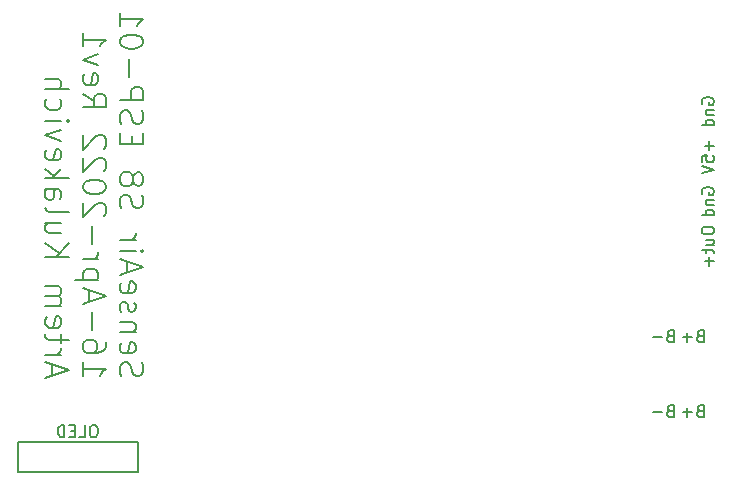
<source format=gbr>
%TF.GenerationSoftware,KiCad,Pcbnew,(5.1.10)-1*%
%TF.CreationDate,2022-04-16T20:13:42-07:00*%
%TF.ProjectId,S8-CO2 Sensor KiCAD,53382d43-4f32-4205-9365-6e736f72204b,rev?*%
%TF.SameCoordinates,Original*%
%TF.FileFunction,Legend,Bot*%
%TF.FilePolarity,Positive*%
%FSLAX46Y46*%
G04 Gerber Fmt 4.6, Leading zero omitted, Abs format (unit mm)*
G04 Created by KiCad (PCBNEW (5.1.10)-1) date 2022-04-16 20:13:42*
%MOMM*%
%LPD*%
G01*
G04 APERTURE LIST*
%ADD10C,0.150000*%
G04 APERTURE END LIST*
D10*
X163107619Y-107878571D02*
X162964761Y-107926190D01*
X162917142Y-107973809D01*
X162869523Y-108069047D01*
X162869523Y-108211904D01*
X162917142Y-108307142D01*
X162964761Y-108354761D01*
X163060000Y-108402380D01*
X163440952Y-108402380D01*
X163440952Y-107402380D01*
X163107619Y-107402380D01*
X163012380Y-107450000D01*
X162964761Y-107497619D01*
X162917142Y-107592857D01*
X162917142Y-107688095D01*
X162964761Y-107783333D01*
X163012380Y-107830952D01*
X163107619Y-107878571D01*
X163440952Y-107878571D01*
X162440952Y-108021428D02*
X161679047Y-108021428D01*
X163107619Y-101528571D02*
X162964761Y-101576190D01*
X162917142Y-101623809D01*
X162869523Y-101719047D01*
X162869523Y-101861904D01*
X162917142Y-101957142D01*
X162964761Y-102004761D01*
X163060000Y-102052380D01*
X163440952Y-102052380D01*
X163440952Y-101052380D01*
X163107619Y-101052380D01*
X163012380Y-101100000D01*
X162964761Y-101147619D01*
X162917142Y-101242857D01*
X162917142Y-101338095D01*
X162964761Y-101433333D01*
X163012380Y-101480952D01*
X163107619Y-101528571D01*
X163440952Y-101528571D01*
X162440952Y-101671428D02*
X161679047Y-101671428D01*
X165647619Y-107878571D02*
X165504761Y-107926190D01*
X165457142Y-107973809D01*
X165409523Y-108069047D01*
X165409523Y-108211904D01*
X165457142Y-108307142D01*
X165504761Y-108354761D01*
X165600000Y-108402380D01*
X165980952Y-108402380D01*
X165980952Y-107402380D01*
X165647619Y-107402380D01*
X165552380Y-107450000D01*
X165504761Y-107497619D01*
X165457142Y-107592857D01*
X165457142Y-107688095D01*
X165504761Y-107783333D01*
X165552380Y-107830952D01*
X165647619Y-107878571D01*
X165980952Y-107878571D01*
X164980952Y-108021428D02*
X164219047Y-108021428D01*
X164600000Y-108402380D02*
X164600000Y-107640476D01*
X165647619Y-101528571D02*
X165504761Y-101576190D01*
X165457142Y-101623809D01*
X165409523Y-101719047D01*
X165409523Y-101861904D01*
X165457142Y-101957142D01*
X165504761Y-102004761D01*
X165600000Y-102052380D01*
X165980952Y-102052380D01*
X165980952Y-101052380D01*
X165647619Y-101052380D01*
X165552380Y-101100000D01*
X165504761Y-101147619D01*
X165457142Y-101242857D01*
X165457142Y-101338095D01*
X165504761Y-101433333D01*
X165552380Y-101480952D01*
X165647619Y-101528571D01*
X165980952Y-101528571D01*
X164980952Y-101671428D02*
X164219047Y-101671428D01*
X164600000Y-102052380D02*
X164600000Y-101290476D01*
X165870000Y-89527142D02*
X165822380Y-89431904D01*
X165822380Y-89289047D01*
X165870000Y-89146190D01*
X165965238Y-89050952D01*
X166060476Y-89003333D01*
X166250952Y-88955714D01*
X166393809Y-88955714D01*
X166584285Y-89003333D01*
X166679523Y-89050952D01*
X166774761Y-89146190D01*
X166822380Y-89289047D01*
X166822380Y-89384285D01*
X166774761Y-89527142D01*
X166727142Y-89574761D01*
X166393809Y-89574761D01*
X166393809Y-89384285D01*
X166155714Y-90003333D02*
X166822380Y-90003333D01*
X166250952Y-90003333D02*
X166203333Y-90050952D01*
X166155714Y-90146190D01*
X166155714Y-90289047D01*
X166203333Y-90384285D01*
X166298571Y-90431904D01*
X166822380Y-90431904D01*
X166822380Y-91336666D02*
X165822380Y-91336666D01*
X166774761Y-91336666D02*
X166822380Y-91241428D01*
X166822380Y-91050952D01*
X166774761Y-90955714D01*
X166727142Y-90908095D01*
X166631904Y-90860476D01*
X166346190Y-90860476D01*
X166250952Y-90908095D01*
X166203333Y-90955714D01*
X166155714Y-91050952D01*
X166155714Y-91241428D01*
X166203333Y-91336666D01*
X165822380Y-92527619D02*
X165822380Y-92718095D01*
X165870000Y-92813333D01*
X165965238Y-92908571D01*
X166155714Y-92956190D01*
X166489047Y-92956190D01*
X166679523Y-92908571D01*
X166774761Y-92813333D01*
X166822380Y-92718095D01*
X166822380Y-92527619D01*
X166774761Y-92432380D01*
X166679523Y-92337142D01*
X166489047Y-92289523D01*
X166155714Y-92289523D01*
X165965238Y-92337142D01*
X165870000Y-92432380D01*
X165822380Y-92527619D01*
X166155714Y-93813333D02*
X166822380Y-93813333D01*
X166155714Y-93384761D02*
X166679523Y-93384761D01*
X166774761Y-93432380D01*
X166822380Y-93527619D01*
X166822380Y-93670476D01*
X166774761Y-93765714D01*
X166727142Y-93813333D01*
X166155714Y-94146666D02*
X166155714Y-94527619D01*
X165822380Y-94289523D02*
X166679523Y-94289523D01*
X166774761Y-94337142D01*
X166822380Y-94432380D01*
X166822380Y-94527619D01*
X166441428Y-94860952D02*
X166441428Y-95622857D01*
X166822380Y-95241904D02*
X166060476Y-95241904D01*
X166441428Y-85074285D02*
X166441428Y-85836190D01*
X166822380Y-85455238D02*
X166060476Y-85455238D01*
X165822380Y-86788571D02*
X165822380Y-86312380D01*
X166298571Y-86264761D01*
X166250952Y-86312380D01*
X166203333Y-86407619D01*
X166203333Y-86645714D01*
X166250952Y-86740952D01*
X166298571Y-86788571D01*
X166393809Y-86836190D01*
X166631904Y-86836190D01*
X166727142Y-86788571D01*
X166774761Y-86740952D01*
X166822380Y-86645714D01*
X166822380Y-86407619D01*
X166774761Y-86312380D01*
X166727142Y-86264761D01*
X165822380Y-87121904D02*
X166822380Y-87455238D01*
X165822380Y-87788571D01*
X165870000Y-81907142D02*
X165822380Y-81811904D01*
X165822380Y-81669047D01*
X165870000Y-81526190D01*
X165965238Y-81430952D01*
X166060476Y-81383333D01*
X166250952Y-81335714D01*
X166393809Y-81335714D01*
X166584285Y-81383333D01*
X166679523Y-81430952D01*
X166774761Y-81526190D01*
X166822380Y-81669047D01*
X166822380Y-81764285D01*
X166774761Y-81907142D01*
X166727142Y-81954761D01*
X166393809Y-81954761D01*
X166393809Y-81764285D01*
X166155714Y-82383333D02*
X166822380Y-82383333D01*
X166250952Y-82383333D02*
X166203333Y-82430952D01*
X166155714Y-82526190D01*
X166155714Y-82669047D01*
X166203333Y-82764285D01*
X166298571Y-82811904D01*
X166822380Y-82811904D01*
X166822380Y-83716666D02*
X165822380Y-83716666D01*
X166774761Y-83716666D02*
X166822380Y-83621428D01*
X166822380Y-83430952D01*
X166774761Y-83335714D01*
X166727142Y-83288095D01*
X166631904Y-83240476D01*
X166346190Y-83240476D01*
X166250952Y-83288095D01*
X166203333Y-83335714D01*
X166155714Y-83430952D01*
X166155714Y-83621428D01*
X166203333Y-83716666D01*
X116640476Y-104931547D02*
X116545238Y-104645833D01*
X116545238Y-104169642D01*
X116640476Y-103979166D01*
X116735714Y-103883928D01*
X116926190Y-103788690D01*
X117116666Y-103788690D01*
X117307142Y-103883928D01*
X117402380Y-103979166D01*
X117497619Y-104169642D01*
X117592857Y-104550595D01*
X117688095Y-104741071D01*
X117783333Y-104836309D01*
X117973809Y-104931547D01*
X118164285Y-104931547D01*
X118354761Y-104836309D01*
X118450000Y-104741071D01*
X118545238Y-104550595D01*
X118545238Y-104074404D01*
X118450000Y-103788690D01*
X116640476Y-102169642D02*
X116545238Y-102360119D01*
X116545238Y-102741071D01*
X116640476Y-102931547D01*
X116830952Y-103026785D01*
X117592857Y-103026785D01*
X117783333Y-102931547D01*
X117878571Y-102741071D01*
X117878571Y-102360119D01*
X117783333Y-102169642D01*
X117592857Y-102074404D01*
X117402380Y-102074404D01*
X117211904Y-103026785D01*
X117878571Y-101217261D02*
X116545238Y-101217261D01*
X117688095Y-101217261D02*
X117783333Y-101122023D01*
X117878571Y-100931547D01*
X117878571Y-100645833D01*
X117783333Y-100455357D01*
X117592857Y-100360119D01*
X116545238Y-100360119D01*
X116640476Y-99502976D02*
X116545238Y-99312500D01*
X116545238Y-98931547D01*
X116640476Y-98741071D01*
X116830952Y-98645833D01*
X116926190Y-98645833D01*
X117116666Y-98741071D01*
X117211904Y-98931547D01*
X117211904Y-99217261D01*
X117307142Y-99407738D01*
X117497619Y-99502976D01*
X117592857Y-99502976D01*
X117783333Y-99407738D01*
X117878571Y-99217261D01*
X117878571Y-98931547D01*
X117783333Y-98741071D01*
X116640476Y-97026785D02*
X116545238Y-97217261D01*
X116545238Y-97598214D01*
X116640476Y-97788690D01*
X116830952Y-97883928D01*
X117592857Y-97883928D01*
X117783333Y-97788690D01*
X117878571Y-97598214D01*
X117878571Y-97217261D01*
X117783333Y-97026785D01*
X117592857Y-96931547D01*
X117402380Y-96931547D01*
X117211904Y-97883928D01*
X117116666Y-96169642D02*
X117116666Y-95217261D01*
X116545238Y-96360119D02*
X118545238Y-95693452D01*
X116545238Y-95026785D01*
X116545238Y-94360119D02*
X117878571Y-94360119D01*
X118545238Y-94360119D02*
X118450000Y-94455357D01*
X118354761Y-94360119D01*
X118450000Y-94264880D01*
X118545238Y-94360119D01*
X118354761Y-94360119D01*
X116545238Y-93407738D02*
X117878571Y-93407738D01*
X117497619Y-93407738D02*
X117688095Y-93312500D01*
X117783333Y-93217261D01*
X117878571Y-93026785D01*
X117878571Y-92836309D01*
X116640476Y-90741071D02*
X116545238Y-90455357D01*
X116545238Y-89979166D01*
X116640476Y-89788690D01*
X116735714Y-89693452D01*
X116926190Y-89598214D01*
X117116666Y-89598214D01*
X117307142Y-89693452D01*
X117402380Y-89788690D01*
X117497619Y-89979166D01*
X117592857Y-90360119D01*
X117688095Y-90550595D01*
X117783333Y-90645833D01*
X117973809Y-90741071D01*
X118164285Y-90741071D01*
X118354761Y-90645833D01*
X118450000Y-90550595D01*
X118545238Y-90360119D01*
X118545238Y-89883928D01*
X118450000Y-89598214D01*
X117688095Y-88455357D02*
X117783333Y-88645833D01*
X117878571Y-88741071D01*
X118069047Y-88836309D01*
X118164285Y-88836309D01*
X118354761Y-88741071D01*
X118450000Y-88645833D01*
X118545238Y-88455357D01*
X118545238Y-88074404D01*
X118450000Y-87883928D01*
X118354761Y-87788690D01*
X118164285Y-87693452D01*
X118069047Y-87693452D01*
X117878571Y-87788690D01*
X117783333Y-87883928D01*
X117688095Y-88074404D01*
X117688095Y-88455357D01*
X117592857Y-88645833D01*
X117497619Y-88741071D01*
X117307142Y-88836309D01*
X116926190Y-88836309D01*
X116735714Y-88741071D01*
X116640476Y-88645833D01*
X116545238Y-88455357D01*
X116545238Y-88074404D01*
X116640476Y-87883928D01*
X116735714Y-87788690D01*
X116926190Y-87693452D01*
X117307142Y-87693452D01*
X117497619Y-87788690D01*
X117592857Y-87883928D01*
X117688095Y-88074404D01*
X117592857Y-85312500D02*
X117592857Y-84645833D01*
X116545238Y-84360119D02*
X116545238Y-85312500D01*
X118545238Y-85312500D01*
X118545238Y-84360119D01*
X116640476Y-83598214D02*
X116545238Y-83312500D01*
X116545238Y-82836309D01*
X116640476Y-82645833D01*
X116735714Y-82550595D01*
X116926190Y-82455357D01*
X117116666Y-82455357D01*
X117307142Y-82550595D01*
X117402380Y-82645833D01*
X117497619Y-82836309D01*
X117592857Y-83217261D01*
X117688095Y-83407738D01*
X117783333Y-83502976D01*
X117973809Y-83598214D01*
X118164285Y-83598214D01*
X118354761Y-83502976D01*
X118450000Y-83407738D01*
X118545238Y-83217261D01*
X118545238Y-82741071D01*
X118450000Y-82455357D01*
X116545238Y-81598214D02*
X118545238Y-81598214D01*
X118545238Y-80836309D01*
X118450000Y-80645833D01*
X118354761Y-80550595D01*
X118164285Y-80455357D01*
X117878571Y-80455357D01*
X117688095Y-80550595D01*
X117592857Y-80645833D01*
X117497619Y-80836309D01*
X117497619Y-81598214D01*
X117307142Y-79598214D02*
X117307142Y-78074404D01*
X118545238Y-76741071D02*
X118545238Y-76550595D01*
X118450000Y-76360119D01*
X118354761Y-76264880D01*
X118164285Y-76169642D01*
X117783333Y-76074404D01*
X117307142Y-76074404D01*
X116926190Y-76169642D01*
X116735714Y-76264880D01*
X116640476Y-76360119D01*
X116545238Y-76550595D01*
X116545238Y-76741071D01*
X116640476Y-76931547D01*
X116735714Y-77026785D01*
X116926190Y-77122023D01*
X117307142Y-77217261D01*
X117783333Y-77217261D01*
X118164285Y-77122023D01*
X118354761Y-77026785D01*
X118450000Y-76931547D01*
X118545238Y-76741071D01*
X116545238Y-74169642D02*
X116545238Y-75312500D01*
X116545238Y-74741071D02*
X118545238Y-74741071D01*
X118259523Y-74931547D01*
X118069047Y-75122023D01*
X117973809Y-75312500D01*
X113395238Y-103788690D02*
X113395238Y-104931547D01*
X113395238Y-104360119D02*
X115395238Y-104360119D01*
X115109523Y-104550595D01*
X114919047Y-104741071D01*
X114823809Y-104931547D01*
X115395238Y-102074404D02*
X115395238Y-102455357D01*
X115300000Y-102645833D01*
X115204761Y-102741071D01*
X114919047Y-102931547D01*
X114538095Y-103026785D01*
X113776190Y-103026785D01*
X113585714Y-102931547D01*
X113490476Y-102836309D01*
X113395238Y-102645833D01*
X113395238Y-102264880D01*
X113490476Y-102074404D01*
X113585714Y-101979166D01*
X113776190Y-101883928D01*
X114252380Y-101883928D01*
X114442857Y-101979166D01*
X114538095Y-102074404D01*
X114633333Y-102264880D01*
X114633333Y-102645833D01*
X114538095Y-102836309D01*
X114442857Y-102931547D01*
X114252380Y-103026785D01*
X114157142Y-101026785D02*
X114157142Y-99502976D01*
X113966666Y-98645833D02*
X113966666Y-97693452D01*
X113395238Y-98836309D02*
X115395238Y-98169642D01*
X113395238Y-97502976D01*
X114728571Y-96836309D02*
X112728571Y-96836309D01*
X114633333Y-96836309D02*
X114728571Y-96645833D01*
X114728571Y-96264880D01*
X114633333Y-96074404D01*
X114538095Y-95979166D01*
X114347619Y-95883928D01*
X113776190Y-95883928D01*
X113585714Y-95979166D01*
X113490476Y-96074404D01*
X113395238Y-96264880D01*
X113395238Y-96645833D01*
X113490476Y-96836309D01*
X113395238Y-95026785D02*
X114728571Y-95026785D01*
X114347619Y-95026785D02*
X114538095Y-94931547D01*
X114633333Y-94836309D01*
X114728571Y-94645833D01*
X114728571Y-94455357D01*
X114157142Y-93788690D02*
X114157142Y-92264880D01*
X115204761Y-91407738D02*
X115300000Y-91312500D01*
X115395238Y-91122023D01*
X115395238Y-90645833D01*
X115300000Y-90455357D01*
X115204761Y-90360119D01*
X115014285Y-90264880D01*
X114823809Y-90264880D01*
X114538095Y-90360119D01*
X113395238Y-91502976D01*
X113395238Y-90264880D01*
X115395238Y-89026785D02*
X115395238Y-88836309D01*
X115300000Y-88645833D01*
X115204761Y-88550595D01*
X115014285Y-88455357D01*
X114633333Y-88360119D01*
X114157142Y-88360119D01*
X113776190Y-88455357D01*
X113585714Y-88550595D01*
X113490476Y-88645833D01*
X113395238Y-88836309D01*
X113395238Y-89026785D01*
X113490476Y-89217261D01*
X113585714Y-89312500D01*
X113776190Y-89407738D01*
X114157142Y-89502976D01*
X114633333Y-89502976D01*
X115014285Y-89407738D01*
X115204761Y-89312500D01*
X115300000Y-89217261D01*
X115395238Y-89026785D01*
X115204761Y-87598214D02*
X115300000Y-87502976D01*
X115395238Y-87312500D01*
X115395238Y-86836309D01*
X115300000Y-86645833D01*
X115204761Y-86550595D01*
X115014285Y-86455357D01*
X114823809Y-86455357D01*
X114538095Y-86550595D01*
X113395238Y-87693452D01*
X113395238Y-86455357D01*
X115204761Y-85693452D02*
X115300000Y-85598214D01*
X115395238Y-85407738D01*
X115395238Y-84931547D01*
X115300000Y-84741071D01*
X115204761Y-84645833D01*
X115014285Y-84550595D01*
X114823809Y-84550595D01*
X114538095Y-84645833D01*
X113395238Y-85788690D01*
X113395238Y-84550595D01*
X113395238Y-81026785D02*
X114347619Y-81693452D01*
X113395238Y-82169642D02*
X115395238Y-82169642D01*
X115395238Y-81407738D01*
X115300000Y-81217261D01*
X115204761Y-81122023D01*
X115014285Y-81026785D01*
X114728571Y-81026785D01*
X114538095Y-81122023D01*
X114442857Y-81217261D01*
X114347619Y-81407738D01*
X114347619Y-82169642D01*
X113490476Y-79407738D02*
X113395238Y-79598214D01*
X113395238Y-79979166D01*
X113490476Y-80169642D01*
X113680952Y-80264880D01*
X114442857Y-80264880D01*
X114633333Y-80169642D01*
X114728571Y-79979166D01*
X114728571Y-79598214D01*
X114633333Y-79407738D01*
X114442857Y-79312500D01*
X114252380Y-79312500D01*
X114061904Y-80264880D01*
X114728571Y-78645833D02*
X113395238Y-78169642D01*
X114728571Y-77693452D01*
X113395238Y-75883928D02*
X113395238Y-77026785D01*
X113395238Y-76455357D02*
X115395238Y-76455357D01*
X115109523Y-76645833D01*
X114919047Y-76836309D01*
X114823809Y-77026785D01*
X110816666Y-104931547D02*
X110816666Y-103979166D01*
X110245238Y-105122023D02*
X112245238Y-104455357D01*
X110245238Y-103788690D01*
X110245238Y-103122023D02*
X111578571Y-103122023D01*
X111197619Y-103122023D02*
X111388095Y-103026785D01*
X111483333Y-102931547D01*
X111578571Y-102741071D01*
X111578571Y-102550595D01*
X111578571Y-102169642D02*
X111578571Y-101407738D01*
X112245238Y-101883928D02*
X110530952Y-101883928D01*
X110340476Y-101788690D01*
X110245238Y-101598214D01*
X110245238Y-101407738D01*
X110340476Y-99979166D02*
X110245238Y-100169642D01*
X110245238Y-100550595D01*
X110340476Y-100741071D01*
X110530952Y-100836309D01*
X111292857Y-100836309D01*
X111483333Y-100741071D01*
X111578571Y-100550595D01*
X111578571Y-100169642D01*
X111483333Y-99979166D01*
X111292857Y-99883928D01*
X111102380Y-99883928D01*
X110911904Y-100836309D01*
X110245238Y-99026785D02*
X111578571Y-99026785D01*
X111388095Y-99026785D02*
X111483333Y-98931547D01*
X111578571Y-98741071D01*
X111578571Y-98455357D01*
X111483333Y-98264880D01*
X111292857Y-98169642D01*
X110245238Y-98169642D01*
X111292857Y-98169642D02*
X111483333Y-98074404D01*
X111578571Y-97883928D01*
X111578571Y-97598214D01*
X111483333Y-97407738D01*
X111292857Y-97312500D01*
X110245238Y-97312500D01*
X110245238Y-94836309D02*
X112245238Y-94836309D01*
X110245238Y-93693452D02*
X111388095Y-94550595D01*
X112245238Y-93693452D02*
X111102380Y-94836309D01*
X111578571Y-91979166D02*
X110245238Y-91979166D01*
X111578571Y-92836309D02*
X110530952Y-92836309D01*
X110340476Y-92741071D01*
X110245238Y-92550595D01*
X110245238Y-92264880D01*
X110340476Y-92074404D01*
X110435714Y-91979166D01*
X110245238Y-90741071D02*
X110340476Y-90931547D01*
X110530952Y-91026785D01*
X112245238Y-91026785D01*
X110245238Y-89122023D02*
X111292857Y-89122023D01*
X111483333Y-89217261D01*
X111578571Y-89407738D01*
X111578571Y-89788690D01*
X111483333Y-89979166D01*
X110340476Y-89122023D02*
X110245238Y-89312500D01*
X110245238Y-89788690D01*
X110340476Y-89979166D01*
X110530952Y-90074404D01*
X110721428Y-90074404D01*
X110911904Y-89979166D01*
X111007142Y-89788690D01*
X111007142Y-89312500D01*
X111102380Y-89122023D01*
X110245238Y-88169642D02*
X112245238Y-88169642D01*
X111007142Y-87979166D02*
X110245238Y-87407738D01*
X111578571Y-87407738D02*
X110816666Y-88169642D01*
X110340476Y-85788690D02*
X110245238Y-85979166D01*
X110245238Y-86360119D01*
X110340476Y-86550595D01*
X110530952Y-86645833D01*
X111292857Y-86645833D01*
X111483333Y-86550595D01*
X111578571Y-86360119D01*
X111578571Y-85979166D01*
X111483333Y-85788690D01*
X111292857Y-85693452D01*
X111102380Y-85693452D01*
X110911904Y-86645833D01*
X111578571Y-85026785D02*
X110245238Y-84550595D01*
X111578571Y-84074404D01*
X110245238Y-83312500D02*
X111578571Y-83312500D01*
X112245238Y-83312500D02*
X112150000Y-83407738D01*
X112054761Y-83312500D01*
X112150000Y-83217261D01*
X112245238Y-83312500D01*
X112054761Y-83312500D01*
X110340476Y-81502976D02*
X110245238Y-81693452D01*
X110245238Y-82074404D01*
X110340476Y-82264880D01*
X110435714Y-82360119D01*
X110626190Y-82455357D01*
X111197619Y-82455357D01*
X111388095Y-82360119D01*
X111483333Y-82264880D01*
X111578571Y-82074404D01*
X111578571Y-81693452D01*
X111483333Y-81502976D01*
X110245238Y-80645833D02*
X112245238Y-80645833D01*
X110245238Y-79788690D02*
X111292857Y-79788690D01*
X111483333Y-79883928D01*
X111578571Y-80074404D01*
X111578571Y-80360119D01*
X111483333Y-80550595D01*
X111388095Y-80645833D01*
%TO.C,DS1*%
X107950000Y-113030000D02*
X107950000Y-110490000D01*
X118110000Y-113030000D02*
X107950000Y-113030000D01*
X118110000Y-110490000D02*
X118110000Y-113030000D01*
X107950000Y-110490000D02*
X118110000Y-110490000D01*
X114422380Y-109112380D02*
X114231904Y-109112380D01*
X114136666Y-109160000D01*
X114041428Y-109255238D01*
X113993809Y-109445714D01*
X113993809Y-109779047D01*
X114041428Y-109969523D01*
X114136666Y-110064761D01*
X114231904Y-110112380D01*
X114422380Y-110112380D01*
X114517619Y-110064761D01*
X114612857Y-109969523D01*
X114660476Y-109779047D01*
X114660476Y-109445714D01*
X114612857Y-109255238D01*
X114517619Y-109160000D01*
X114422380Y-109112380D01*
X113089047Y-110112380D02*
X113565238Y-110112380D01*
X113565238Y-109112380D01*
X112755714Y-109588571D02*
X112422380Y-109588571D01*
X112279523Y-110112380D02*
X112755714Y-110112380D01*
X112755714Y-109112380D01*
X112279523Y-109112380D01*
X111850952Y-110112380D02*
X111850952Y-109112380D01*
X111612857Y-109112380D01*
X111470000Y-109160000D01*
X111374761Y-109255238D01*
X111327142Y-109350476D01*
X111279523Y-109540952D01*
X111279523Y-109683809D01*
X111327142Y-109874285D01*
X111374761Y-109969523D01*
X111470000Y-110064761D01*
X111612857Y-110112380D01*
X111850952Y-110112380D01*
%TD*%
M02*

</source>
